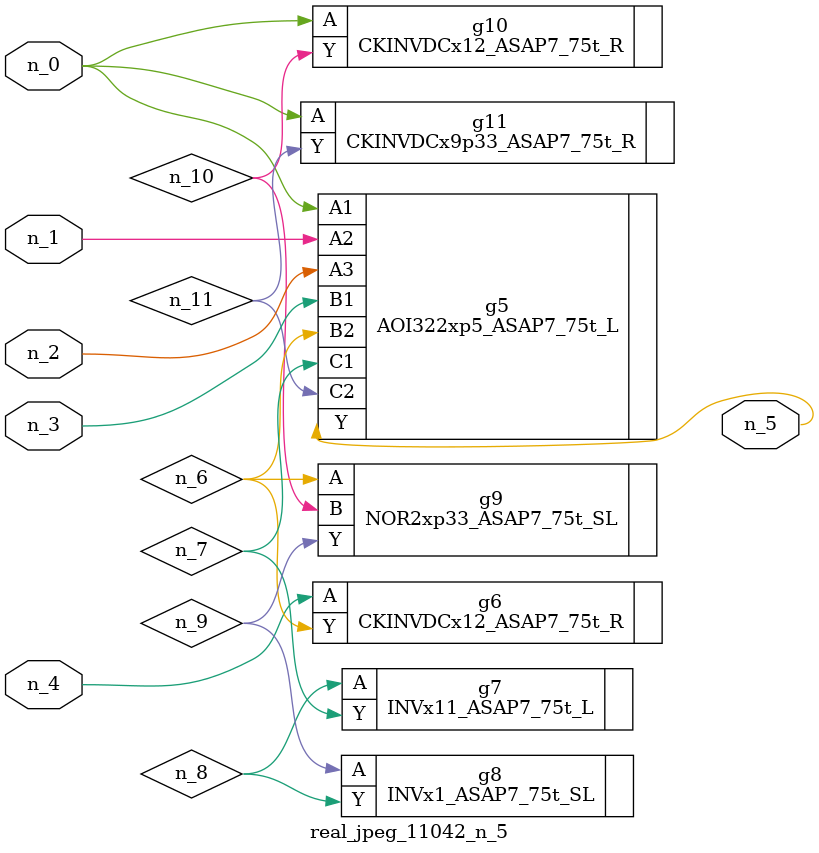
<source format=v>
module real_jpeg_11042_n_5 (n_4, n_0, n_1, n_2, n_3, n_5);

input n_4;
input n_0;
input n_1;
input n_2;
input n_3;

output n_5;

wire n_8;
wire n_11;
wire n_6;
wire n_7;
wire n_10;
wire n_9;

AOI322xp5_ASAP7_75t_L g5 ( 
.A1(n_0),
.A2(n_1),
.A3(n_2),
.B1(n_3),
.B2(n_6),
.C1(n_7),
.C2(n_11),
.Y(n_5)
);

CKINVDCx12_ASAP7_75t_R g10 ( 
.A(n_0),
.Y(n_10)
);

CKINVDCx9p33_ASAP7_75t_R g11 ( 
.A(n_0),
.Y(n_11)
);

CKINVDCx12_ASAP7_75t_R g6 ( 
.A(n_4),
.Y(n_6)
);

NOR2xp33_ASAP7_75t_SL g9 ( 
.A(n_6),
.B(n_10),
.Y(n_9)
);

INVx11_ASAP7_75t_L g7 ( 
.A(n_8),
.Y(n_7)
);

INVx1_ASAP7_75t_SL g8 ( 
.A(n_9),
.Y(n_8)
);


endmodule
</source>
